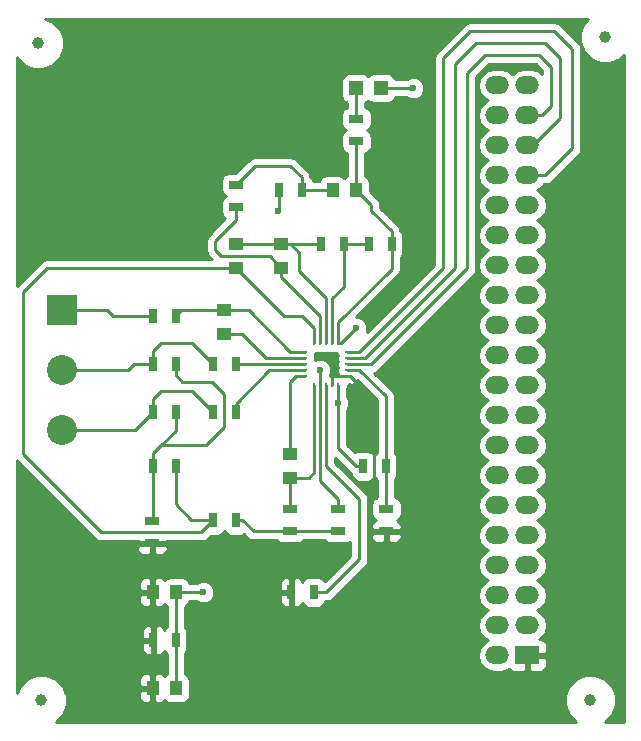
<source format=gbr>
G04 #@! TF.FileFunction,Copper,L1,Top,Signal*
%FSLAX46Y46*%
G04 Gerber Fmt 4.6, Leading zero omitted, Abs format (unit mm)*
G04 Created by KiCad (PCBNEW 4.0.2+e4-6225~38~ubuntu16.04.1-stable) date jue 04 ago 2016 19:53:13 ART*
%MOMM*%
G01*
G04 APERTURE LIST*
%ADD10C,0.100000*%
%ADD11R,0.400000X0.250000*%
%ADD12R,0.250000X0.400000*%
%ADD13R,1.250000X1.000000*%
%ADD14R,1.000000X1.250000*%
%ADD15R,1.198880X1.198880*%
%ADD16C,1.000000*%
%ADD17R,2.000000X1.524000*%
%ADD18O,2.000000X1.524000*%
%ADD19R,1.300000X0.700000*%
%ADD20R,0.700000X1.300000*%
%ADD21R,2.540000X2.540000*%
%ADD22C,2.540000*%
%ADD23C,0.600000*%
%ADD24C,0.250000*%
%ADD25C,0.254000*%
G04 APERTURE END LIST*
D10*
D11*
X152654000Y-76708000D03*
X152654000Y-76200000D03*
X152654000Y-75692000D03*
X152654000Y-75184000D03*
X152654000Y-74676000D03*
D12*
X153416000Y-73914000D03*
X153924000Y-73914000D03*
X154432000Y-73914000D03*
X154940000Y-73914000D03*
X155448000Y-73914000D03*
D11*
X156210000Y-74676000D03*
X156210000Y-75184000D03*
X156210000Y-75692000D03*
X156210000Y-76200000D03*
X156210000Y-76708000D03*
D12*
X155448000Y-77470000D03*
X154940000Y-77470000D03*
X154432000Y-77470000D03*
X153924000Y-77470000D03*
X153416000Y-77470000D03*
D13*
X145796000Y-73136000D03*
X145796000Y-71136000D03*
X150622000Y-67548000D03*
X150622000Y-65548000D03*
D14*
X154956000Y-60960000D03*
X156956000Y-60960000D03*
D13*
X151384000Y-85328000D03*
X151384000Y-83328000D03*
X146812000Y-65548000D03*
X146812000Y-67548000D03*
D14*
X139716000Y-94996000D03*
X141716000Y-94996000D03*
X139716000Y-103124000D03*
X141716000Y-103124000D03*
D15*
X156938980Y-52324000D03*
X159037020Y-52324000D03*
D16*
X178054000Y-48006000D03*
X130302000Y-104140000D03*
X130048000Y-48514000D03*
X176784000Y-104140000D03*
D17*
X171450000Y-100330000D03*
D18*
X168910000Y-100330000D03*
X171450000Y-87630000D03*
X168910000Y-97790000D03*
X171450000Y-85090000D03*
X168910000Y-95250000D03*
X171450000Y-82550000D03*
X168910000Y-92710000D03*
X171450000Y-80010000D03*
X168910000Y-90170000D03*
X171450000Y-77470000D03*
X168910000Y-87630000D03*
X171450000Y-74930000D03*
X168910000Y-85090000D03*
X171450000Y-72390000D03*
X168910000Y-82550000D03*
X171450000Y-69850000D03*
X168910000Y-80010000D03*
X171450000Y-67310000D03*
X168910000Y-77470000D03*
X171450000Y-64770000D03*
X168910000Y-74930000D03*
X171450000Y-62230000D03*
X168910000Y-72390000D03*
X168910000Y-69850000D03*
X171450000Y-59690000D03*
X168910000Y-67310000D03*
X168910000Y-62230000D03*
X168910000Y-59690000D03*
X168910000Y-57150000D03*
X168910000Y-54610000D03*
X171450000Y-57150000D03*
X171450000Y-54610000D03*
X171450000Y-97790000D03*
X171450000Y-95250000D03*
X171450000Y-92710000D03*
X171450000Y-90170000D03*
X171450000Y-52070000D03*
X168910000Y-52070000D03*
X168910000Y-64770000D03*
D19*
X139700000Y-88966000D03*
X139700000Y-90866000D03*
D20*
X141666000Y-84328000D03*
X139766000Y-84328000D03*
X141666000Y-79756000D03*
X139766000Y-79756000D03*
X141666000Y-75692000D03*
X139766000Y-75692000D03*
X146746000Y-79756000D03*
X144846000Y-79756000D03*
X146746000Y-75692000D03*
X144846000Y-75692000D03*
X141666000Y-71628000D03*
X139766000Y-71628000D03*
D19*
X146812000Y-62418000D03*
X146812000Y-60518000D03*
D20*
X150434000Y-60960000D03*
X152334000Y-60960000D03*
X153990000Y-65532000D03*
X155890000Y-65532000D03*
X158054000Y-65532000D03*
X159954000Y-65532000D03*
D19*
X151384000Y-89850000D03*
X151384000Y-87950000D03*
X155448000Y-89850000D03*
X155448000Y-87950000D03*
D20*
X144846000Y-88900000D03*
X146746000Y-88900000D03*
X151450000Y-94996000D03*
X153350000Y-94996000D03*
X139766000Y-99060000D03*
X141666000Y-99060000D03*
X157546000Y-84328000D03*
X159446000Y-84328000D03*
D19*
X159512000Y-87950000D03*
X159512000Y-89850000D03*
X156972000Y-54930000D03*
X156972000Y-56830000D03*
D21*
X132080000Y-71120000D03*
D22*
X132080000Y-76200000D03*
X132080000Y-81280000D03*
D23*
X156972000Y-72644000D03*
X161798000Y-52324000D03*
X144018000Y-94996000D03*
X155448000Y-78994000D03*
X150368000Y-62738000D03*
X153924000Y-76200000D03*
D24*
X145796000Y-73136000D02*
X147304000Y-73136000D01*
X149352000Y-75184000D02*
X152654000Y-75184000D01*
X147304000Y-73136000D02*
X149352000Y-75184000D01*
X145796000Y-71136000D02*
X142158000Y-71136000D01*
X142158000Y-71136000D02*
X141666000Y-71628000D01*
X145796000Y-71136000D02*
X147844000Y-71136000D01*
X151384000Y-74676000D02*
X152654000Y-74676000D01*
X147844000Y-71136000D02*
X151384000Y-74676000D01*
X146812000Y-62418000D02*
X146812000Y-63500000D01*
X149622000Y-66548000D02*
X150622000Y-67548000D01*
X145542000Y-66548000D02*
X149622000Y-66548000D01*
X145034000Y-66040000D02*
X145542000Y-66548000D01*
X145034000Y-65278000D02*
X145034000Y-66040000D01*
X146812000Y-63500000D02*
X145034000Y-65278000D01*
X150622000Y-67548000D02*
X150622000Y-68326000D01*
X153924000Y-71628000D02*
X153924000Y-73914000D01*
X150622000Y-68326000D02*
X153924000Y-71628000D01*
X153990000Y-65532000D02*
X151416000Y-65532000D01*
X151416000Y-65532000D02*
X151400000Y-65548000D01*
X154432000Y-73914000D02*
X154432000Y-70104000D01*
X151400000Y-65548000D02*
X150622000Y-65548000D01*
X152146000Y-66294000D02*
X151400000Y-65548000D01*
X152146000Y-67818000D02*
X152146000Y-66294000D01*
X154432000Y-70104000D02*
X152146000Y-67818000D01*
X146812000Y-65548000D02*
X150622000Y-65548000D01*
X152334000Y-60960000D02*
X152334000Y-59878000D01*
X148402000Y-58928000D02*
X146812000Y-60518000D01*
X151384000Y-58928000D02*
X148402000Y-58928000D01*
X152334000Y-59878000D02*
X151384000Y-58928000D01*
X154956000Y-60960000D02*
X152334000Y-60960000D01*
X155448000Y-73914000D02*
X155702000Y-73914000D01*
X155702000Y-73914000D02*
X156972000Y-72644000D01*
X156956000Y-60960000D02*
X156956000Y-56846000D01*
X156956000Y-56846000D02*
X156972000Y-56830000D01*
X159954000Y-65532000D02*
X159954000Y-64450000D01*
X158242000Y-62246000D02*
X156956000Y-60960000D01*
X158242000Y-62738000D02*
X158242000Y-62246000D01*
X159954000Y-64450000D02*
X158242000Y-62738000D01*
X155448000Y-73914000D02*
X155448000Y-72136000D01*
X159954000Y-67630000D02*
X159954000Y-65532000D01*
X155448000Y-72136000D02*
X159954000Y-67630000D01*
X151384000Y-85328000D02*
X152924000Y-85328000D01*
X153416000Y-84836000D02*
X153416000Y-77470000D01*
X152924000Y-85328000D02*
X153416000Y-84836000D01*
X151384000Y-85328000D02*
X151384000Y-87950000D01*
X151384000Y-83328000D02*
X151384000Y-77216000D01*
X151892000Y-76708000D02*
X152654000Y-76708000D01*
X151384000Y-77216000D02*
X151892000Y-76708000D01*
X146812000Y-67548000D02*
X132572000Y-67548000D01*
X143830000Y-89916000D02*
X144846000Y-88900000D01*
X135382000Y-89916000D02*
X143830000Y-89916000D01*
X128778000Y-83312000D02*
X135382000Y-89916000D01*
X128778000Y-69596000D02*
X128778000Y-83312000D01*
X130810000Y-67564000D02*
X128778000Y-69596000D01*
X132556000Y-67564000D02*
X130810000Y-67564000D01*
X132572000Y-67548000D02*
X132556000Y-67564000D01*
X146812000Y-67548000D02*
X146812000Y-67564000D01*
X146812000Y-67564000D02*
X150876000Y-71628000D01*
X150876000Y-71628000D02*
X152400000Y-71628000D01*
X152400000Y-71628000D02*
X153416000Y-72644000D01*
X153416000Y-72644000D02*
X153416000Y-73914000D01*
X141666000Y-84328000D02*
X141666000Y-87564000D01*
X141666000Y-87564000D02*
X143002000Y-88900000D01*
X143002000Y-88900000D02*
X144846000Y-88900000D01*
X156210000Y-76708000D02*
X156464000Y-76708000D01*
X158430000Y-89850000D02*
X159512000Y-89850000D01*
X157988000Y-89408000D02*
X158430000Y-89850000D01*
X157988000Y-87122000D02*
X157988000Y-89408000D01*
X158496000Y-86614000D02*
X157988000Y-87122000D01*
X158496000Y-78740000D02*
X158496000Y-86614000D01*
X156464000Y-76708000D02*
X158496000Y-78740000D01*
X154940000Y-77470000D02*
X154940000Y-76708000D01*
X154940000Y-76708000D02*
X156210000Y-76708000D01*
X139766000Y-103074000D02*
X139716000Y-103124000D01*
X139700000Y-94980000D02*
X139766000Y-95046000D01*
X139716000Y-90882000D02*
X139700000Y-90866000D01*
X139716000Y-99010000D02*
X139766000Y-99060000D01*
X139716000Y-99110000D02*
X139766000Y-99060000D01*
X159037020Y-52324000D02*
X161798000Y-52324000D01*
X141716000Y-103124000D02*
X141716000Y-99110000D01*
X141716000Y-99110000D02*
X141666000Y-99060000D01*
X141666000Y-99060000D02*
X141666000Y-95046000D01*
X141666000Y-95046000D02*
X141716000Y-94996000D01*
X141716000Y-94996000D02*
X144018000Y-94996000D01*
X157546000Y-84328000D02*
X156972000Y-84328000D01*
X155448000Y-78994000D02*
X155448000Y-77470000D01*
X155448000Y-82804000D02*
X155448000Y-78994000D01*
X156972000Y-84328000D02*
X155448000Y-82804000D01*
X141666000Y-103074000D02*
X141716000Y-103124000D01*
X141716000Y-99010000D02*
X141666000Y-99060000D01*
X156938980Y-52324000D02*
X156938980Y-54896980D01*
X156938980Y-54896980D02*
X156972000Y-54930000D01*
X132080000Y-71120000D02*
X135890000Y-71120000D01*
X136398000Y-71628000D02*
X139766000Y-71628000D01*
X135890000Y-71120000D02*
X136398000Y-71628000D01*
X139766000Y-75692000D02*
X139766000Y-74610000D01*
X143068000Y-73914000D02*
X144846000Y-75692000D01*
X140462000Y-73914000D02*
X143068000Y-73914000D01*
X139766000Y-74610000D02*
X140462000Y-73914000D01*
X132080000Y-76200000D02*
X137668000Y-76200000D01*
X138176000Y-75692000D02*
X139766000Y-75692000D01*
X137668000Y-76200000D02*
X138176000Y-75692000D01*
X139766000Y-79756000D02*
X139766000Y-78674000D01*
X143068000Y-77978000D02*
X144846000Y-79756000D01*
X140462000Y-77978000D02*
X143068000Y-77978000D01*
X139766000Y-78674000D02*
X140462000Y-77978000D01*
X132080000Y-81280000D02*
X138242000Y-81280000D01*
X138242000Y-81280000D02*
X139766000Y-79756000D01*
X156210000Y-75692000D02*
X158242000Y-75692000D01*
X172720000Y-54610000D02*
X171450000Y-54610000D01*
X173482000Y-53848000D02*
X172720000Y-54610000D01*
X173482000Y-50546000D02*
X173482000Y-53848000D01*
X172466000Y-49530000D02*
X173482000Y-50546000D01*
X167894000Y-49530000D02*
X172466000Y-49530000D01*
X166370000Y-51054000D02*
X167894000Y-49530000D01*
X166370000Y-67564000D02*
X166370000Y-51054000D01*
X158242000Y-75692000D02*
X166370000Y-67564000D01*
X156210000Y-75184000D02*
X157734000Y-75184000D01*
X174244000Y-54864000D02*
X171958000Y-57150000D01*
X174244000Y-49784000D02*
X174244000Y-54864000D01*
X172974000Y-48514000D02*
X174244000Y-49784000D01*
X167132000Y-48514000D02*
X172974000Y-48514000D01*
X165354000Y-50292000D02*
X167132000Y-48514000D01*
X165354000Y-67564000D02*
X165354000Y-50292000D01*
X157734000Y-75184000D02*
X165354000Y-67564000D01*
X171958000Y-57150000D02*
X171450000Y-57150000D01*
X156210000Y-74676000D02*
X157226000Y-74676000D01*
X172974000Y-59690000D02*
X171450000Y-59690000D01*
X175260000Y-57404000D02*
X172974000Y-59690000D01*
X175260000Y-49022000D02*
X175260000Y-57404000D01*
X173736000Y-47498000D02*
X175260000Y-49022000D01*
X166624000Y-47498000D02*
X173736000Y-47498000D01*
X164338000Y-49784000D02*
X166624000Y-47498000D01*
X164338000Y-67564000D02*
X164338000Y-49784000D01*
X157226000Y-74676000D02*
X164338000Y-67564000D01*
X141666000Y-75692000D02*
X141666000Y-76642000D01*
X144272000Y-82550000D02*
X140462000Y-82550000D01*
X145796000Y-81026000D02*
X144272000Y-82550000D01*
X145796000Y-78232000D02*
X145796000Y-81026000D01*
X144780000Y-77216000D02*
X145796000Y-78232000D01*
X142240000Y-77216000D02*
X144780000Y-77216000D01*
X141666000Y-76642000D02*
X142240000Y-77216000D01*
X139766000Y-84328000D02*
X139766000Y-83246000D01*
X141666000Y-81346000D02*
X141666000Y-79756000D01*
X139766000Y-83246000D02*
X140462000Y-82550000D01*
X140462000Y-82550000D02*
X141666000Y-81346000D01*
X139766000Y-84328000D02*
X139766000Y-88900000D01*
X139766000Y-88900000D02*
X139700000Y-88966000D01*
X146746000Y-79756000D02*
X146746000Y-79060000D01*
X149606000Y-76200000D02*
X152654000Y-76200000D01*
X146746000Y-79060000D02*
X149606000Y-76200000D01*
X152654000Y-75692000D02*
X146746000Y-75692000D01*
X153924000Y-77470000D02*
X153924000Y-76200000D01*
X150434000Y-62672000D02*
X150434000Y-60960000D01*
X150368000Y-62738000D02*
X150434000Y-62672000D01*
X153924000Y-77470000D02*
X153924000Y-85598000D01*
X155448000Y-87122000D02*
X155448000Y-87950000D01*
X153924000Y-85598000D02*
X155448000Y-87122000D01*
X154940000Y-73914000D02*
X154940000Y-70104000D01*
X155890000Y-69154000D02*
X155890000Y-65532000D01*
X154940000Y-70104000D02*
X155890000Y-69154000D01*
X158054000Y-65532000D02*
X155890000Y-65532000D01*
X151384000Y-89850000D02*
X155448000Y-89850000D01*
X146746000Y-88900000D02*
X147320000Y-88900000D01*
X148270000Y-89850000D02*
X151384000Y-89850000D01*
X147320000Y-88900000D02*
X148270000Y-89850000D01*
X154432000Y-77470000D02*
X154432000Y-84328000D01*
X154432000Y-94996000D02*
X153350000Y-94996000D01*
X157226000Y-92202000D02*
X154432000Y-94996000D01*
X157226000Y-87122000D02*
X157226000Y-92202000D01*
X154432000Y-84328000D02*
X157226000Y-87122000D01*
X159446000Y-84328000D02*
X159446000Y-78420000D01*
X157226000Y-76200000D02*
X156210000Y-76200000D01*
X159446000Y-78420000D02*
X157226000Y-76200000D01*
X159512000Y-87950000D02*
X159512000Y-84394000D01*
X159512000Y-84394000D02*
X159446000Y-84328000D01*
D25*
G36*
X176231534Y-46785965D02*
X175903374Y-47576262D01*
X175902627Y-48431983D01*
X176229407Y-49222852D01*
X176833965Y-49828466D01*
X177624262Y-50156626D01*
X178479983Y-50157373D01*
X179270852Y-49830593D01*
X179630000Y-49472071D01*
X179630000Y-105970000D01*
X177987766Y-105970000D01*
X178000852Y-105964593D01*
X178606466Y-105360035D01*
X178934626Y-104569738D01*
X178935373Y-103714017D01*
X178608593Y-102923148D01*
X178004035Y-102317534D01*
X177213738Y-101989374D01*
X176358017Y-101988627D01*
X175567148Y-102315407D01*
X174961534Y-102919965D01*
X174633374Y-103710262D01*
X174632627Y-104565983D01*
X174959407Y-105356852D01*
X175563965Y-105962466D01*
X175582109Y-105970000D01*
X131505766Y-105970000D01*
X131518852Y-105964593D01*
X132124466Y-105360035D01*
X132452626Y-104569738D01*
X132453373Y-103714017D01*
X132327653Y-103409750D01*
X138581000Y-103409750D01*
X138581000Y-103875310D01*
X138677673Y-104108699D01*
X138856302Y-104287327D01*
X139089691Y-104384000D01*
X139430250Y-104384000D01*
X139589000Y-104225250D01*
X139589000Y-103251000D01*
X138739750Y-103251000D01*
X138581000Y-103409750D01*
X132327653Y-103409750D01*
X132126593Y-102923148D01*
X131577095Y-102372690D01*
X138581000Y-102372690D01*
X138581000Y-102838250D01*
X138739750Y-102997000D01*
X139589000Y-102997000D01*
X139589000Y-102022750D01*
X139430250Y-101864000D01*
X139089691Y-101864000D01*
X138856302Y-101960673D01*
X138677673Y-102139301D01*
X138581000Y-102372690D01*
X131577095Y-102372690D01*
X131522035Y-102317534D01*
X130731738Y-101989374D01*
X129876017Y-101988627D01*
X129085148Y-102315407D01*
X128479534Y-102919965D01*
X128218000Y-103549809D01*
X128218000Y-99345750D01*
X138781000Y-99345750D01*
X138781000Y-99836310D01*
X138877673Y-100069699D01*
X139056302Y-100248327D01*
X139289691Y-100345000D01*
X139480250Y-100345000D01*
X139639000Y-100186250D01*
X139639000Y-99187000D01*
X138939750Y-99187000D01*
X138781000Y-99345750D01*
X128218000Y-99345750D01*
X128218000Y-98283690D01*
X138781000Y-98283690D01*
X138781000Y-98774250D01*
X138939750Y-98933000D01*
X139639000Y-98933000D01*
X139639000Y-97933750D01*
X139480250Y-97775000D01*
X139289691Y-97775000D01*
X139056302Y-97871673D01*
X138877673Y-98050301D01*
X138781000Y-98283690D01*
X128218000Y-98283690D01*
X128218000Y-95281750D01*
X138581000Y-95281750D01*
X138581000Y-95747310D01*
X138677673Y-95980699D01*
X138856302Y-96159327D01*
X139089691Y-96256000D01*
X139430250Y-96256000D01*
X139589000Y-96097250D01*
X139589000Y-95123000D01*
X138739750Y-95123000D01*
X138581000Y-95281750D01*
X128218000Y-95281750D01*
X128218000Y-94244690D01*
X138581000Y-94244690D01*
X138581000Y-94710250D01*
X138739750Y-94869000D01*
X139589000Y-94869000D01*
X139589000Y-93894750D01*
X139843000Y-93894750D01*
X139843000Y-94869000D01*
X139863000Y-94869000D01*
X139863000Y-95123000D01*
X139843000Y-95123000D01*
X139843000Y-96097250D01*
X140001750Y-96256000D01*
X140342309Y-96256000D01*
X140575698Y-96159327D01*
X140716936Y-96018090D01*
X140751910Y-96072441D01*
X140906000Y-96177726D01*
X140906000Y-97919243D01*
X140864559Y-97945910D01*
X140719569Y-98158110D01*
X140712809Y-98191490D01*
X140654327Y-98050301D01*
X140475698Y-97871673D01*
X140242309Y-97775000D01*
X140051750Y-97775000D01*
X139893000Y-97933750D01*
X139893000Y-98933000D01*
X139913000Y-98933000D01*
X139913000Y-99187000D01*
X139893000Y-99187000D01*
X139893000Y-100186250D01*
X140051750Y-100345000D01*
X140242309Y-100345000D01*
X140475698Y-100248327D01*
X140654327Y-100069699D01*
X140710654Y-99933713D01*
X140712838Y-99945317D01*
X140851910Y-100161441D01*
X140956000Y-100232563D01*
X140956000Y-101911721D01*
X140764559Y-102034910D01*
X140718031Y-102103006D01*
X140575698Y-101960673D01*
X140342309Y-101864000D01*
X140001750Y-101864000D01*
X139843000Y-102022750D01*
X139843000Y-102997000D01*
X139863000Y-102997000D01*
X139863000Y-103251000D01*
X139843000Y-103251000D01*
X139843000Y-104225250D01*
X140001750Y-104384000D01*
X140342309Y-104384000D01*
X140575698Y-104287327D01*
X140716936Y-104146090D01*
X140751910Y-104200441D01*
X140964110Y-104345431D01*
X141216000Y-104396440D01*
X142216000Y-104396440D01*
X142451317Y-104352162D01*
X142667441Y-104213090D01*
X142812431Y-104000890D01*
X142863440Y-103749000D01*
X142863440Y-102499000D01*
X142819162Y-102263683D01*
X142680090Y-102047559D01*
X142476000Y-101908110D01*
X142476000Y-100161563D01*
X142612431Y-99961890D01*
X142663440Y-99710000D01*
X142663440Y-98410000D01*
X142619162Y-98174683D01*
X142480090Y-97958559D01*
X142426000Y-97921601D01*
X142426000Y-96228926D01*
X142451317Y-96224162D01*
X142667441Y-96085090D01*
X142812431Y-95872890D01*
X142836102Y-95756000D01*
X143455537Y-95756000D01*
X143487673Y-95788192D01*
X143831201Y-95930838D01*
X144203167Y-95931162D01*
X144546943Y-95789117D01*
X144810192Y-95526327D01*
X144911749Y-95281750D01*
X150465000Y-95281750D01*
X150465000Y-95772310D01*
X150561673Y-96005699D01*
X150740302Y-96184327D01*
X150973691Y-96281000D01*
X151164250Y-96281000D01*
X151323000Y-96122250D01*
X151323000Y-95123000D01*
X150623750Y-95123000D01*
X150465000Y-95281750D01*
X144911749Y-95281750D01*
X144952838Y-95182799D01*
X144953162Y-94810833D01*
X144811117Y-94467057D01*
X144564182Y-94219690D01*
X150465000Y-94219690D01*
X150465000Y-94710250D01*
X150623750Y-94869000D01*
X151323000Y-94869000D01*
X151323000Y-93869750D01*
X151164250Y-93711000D01*
X150973691Y-93711000D01*
X150740302Y-93807673D01*
X150561673Y-93986301D01*
X150465000Y-94219690D01*
X144564182Y-94219690D01*
X144548327Y-94203808D01*
X144204799Y-94061162D01*
X143832833Y-94060838D01*
X143489057Y-94202883D01*
X143455882Y-94236000D01*
X142838038Y-94236000D01*
X142819162Y-94135683D01*
X142680090Y-93919559D01*
X142467890Y-93774569D01*
X142216000Y-93723560D01*
X141216000Y-93723560D01*
X140980683Y-93767838D01*
X140764559Y-93906910D01*
X140718031Y-93975006D01*
X140575698Y-93832673D01*
X140342309Y-93736000D01*
X140001750Y-93736000D01*
X139843000Y-93894750D01*
X139589000Y-93894750D01*
X139430250Y-93736000D01*
X139089691Y-93736000D01*
X138856302Y-93832673D01*
X138677673Y-94011301D01*
X138581000Y-94244690D01*
X128218000Y-94244690D01*
X128218000Y-91151750D01*
X138415000Y-91151750D01*
X138415000Y-91342309D01*
X138511673Y-91575698D01*
X138690301Y-91754327D01*
X138923690Y-91851000D01*
X139414250Y-91851000D01*
X139573000Y-91692250D01*
X139573000Y-90993000D01*
X139827000Y-90993000D01*
X139827000Y-91692250D01*
X139985750Y-91851000D01*
X140476310Y-91851000D01*
X140709699Y-91754327D01*
X140888327Y-91575698D01*
X140985000Y-91342309D01*
X140985000Y-91151750D01*
X140826250Y-90993000D01*
X139827000Y-90993000D01*
X139573000Y-90993000D01*
X138573750Y-90993000D01*
X138415000Y-91151750D01*
X128218000Y-91151750D01*
X128218000Y-83815579D01*
X128240599Y-83849401D01*
X134844599Y-90453401D01*
X135091160Y-90618148D01*
X135382000Y-90676000D01*
X138510750Y-90676000D01*
X138573750Y-90739000D01*
X139573000Y-90739000D01*
X139573000Y-90719000D01*
X139827000Y-90719000D01*
X139827000Y-90739000D01*
X140826250Y-90739000D01*
X140889250Y-90676000D01*
X143830000Y-90676000D01*
X144120839Y-90618148D01*
X144367401Y-90453401D01*
X144623362Y-90197440D01*
X145196000Y-90197440D01*
X145431317Y-90153162D01*
X145647441Y-90014090D01*
X145792431Y-89801890D01*
X145795081Y-89788803D01*
X145931910Y-90001441D01*
X146144110Y-90146431D01*
X146396000Y-90197440D01*
X147096000Y-90197440D01*
X147331317Y-90153162D01*
X147432957Y-90087759D01*
X147732599Y-90387401D01*
X147979161Y-90552148D01*
X148270000Y-90610000D01*
X150243243Y-90610000D01*
X150269910Y-90651441D01*
X150482110Y-90796431D01*
X150734000Y-90847440D01*
X152034000Y-90847440D01*
X152269317Y-90803162D01*
X152485441Y-90664090D01*
X152522399Y-90610000D01*
X154307243Y-90610000D01*
X154333910Y-90651441D01*
X154546110Y-90796431D01*
X154798000Y-90847440D01*
X156098000Y-90847440D01*
X156333317Y-90803162D01*
X156466000Y-90717783D01*
X156466000Y-91887198D01*
X154279417Y-94073781D01*
X154164090Y-93894559D01*
X153951890Y-93749569D01*
X153700000Y-93698560D01*
X153000000Y-93698560D01*
X152764683Y-93742838D01*
X152548559Y-93881910D01*
X152403569Y-94094110D01*
X152396809Y-94127490D01*
X152338327Y-93986301D01*
X152159698Y-93807673D01*
X151926309Y-93711000D01*
X151735750Y-93711000D01*
X151577000Y-93869750D01*
X151577000Y-94869000D01*
X151597000Y-94869000D01*
X151597000Y-95123000D01*
X151577000Y-95123000D01*
X151577000Y-96122250D01*
X151735750Y-96281000D01*
X151926309Y-96281000D01*
X152159698Y-96184327D01*
X152338327Y-96005699D01*
X152394654Y-95869713D01*
X152396838Y-95881317D01*
X152535910Y-96097441D01*
X152748110Y-96242431D01*
X153000000Y-96293440D01*
X153700000Y-96293440D01*
X153935317Y-96249162D01*
X154151441Y-96110090D01*
X154296431Y-95897890D01*
X154325164Y-95756000D01*
X154432000Y-95756000D01*
X154722839Y-95698148D01*
X154969401Y-95533401D01*
X157763401Y-92739401D01*
X157928148Y-92492839D01*
X157986000Y-92202000D01*
X157986000Y-90135750D01*
X158227000Y-90135750D01*
X158227000Y-90326309D01*
X158323673Y-90559698D01*
X158502301Y-90738327D01*
X158735690Y-90835000D01*
X159226250Y-90835000D01*
X159385000Y-90676250D01*
X159385000Y-89977000D01*
X159639000Y-89977000D01*
X159639000Y-90676250D01*
X159797750Y-90835000D01*
X160288310Y-90835000D01*
X160521699Y-90738327D01*
X160700327Y-90559698D01*
X160797000Y-90326309D01*
X160797000Y-90135750D01*
X160638250Y-89977000D01*
X159639000Y-89977000D01*
X159385000Y-89977000D01*
X158385750Y-89977000D01*
X158227000Y-90135750D01*
X157986000Y-90135750D01*
X157986000Y-87122000D01*
X157928148Y-86831161D01*
X157763401Y-86584599D01*
X155192000Y-84013198D01*
X155192000Y-83622802D01*
X156434599Y-84865401D01*
X156548560Y-84941547D01*
X156548560Y-84978000D01*
X156592838Y-85213317D01*
X156731910Y-85429441D01*
X156944110Y-85574431D01*
X157196000Y-85625440D01*
X157896000Y-85625440D01*
X158131317Y-85581162D01*
X158347441Y-85442090D01*
X158492431Y-85229890D01*
X158495081Y-85216803D01*
X158631910Y-85429441D01*
X158752000Y-85511495D01*
X158752000Y-86973258D01*
X158626683Y-86996838D01*
X158410559Y-87135910D01*
X158265569Y-87348110D01*
X158214560Y-87600000D01*
X158214560Y-88300000D01*
X158258838Y-88535317D01*
X158397910Y-88751441D01*
X158610110Y-88896431D01*
X158643490Y-88903191D01*
X158502301Y-88961673D01*
X158323673Y-89140302D01*
X158227000Y-89373691D01*
X158227000Y-89564250D01*
X158385750Y-89723000D01*
X159385000Y-89723000D01*
X159385000Y-89703000D01*
X159639000Y-89703000D01*
X159639000Y-89723000D01*
X160638250Y-89723000D01*
X160797000Y-89564250D01*
X160797000Y-89373691D01*
X160700327Y-89140302D01*
X160521699Y-88961673D01*
X160385713Y-88905346D01*
X160397317Y-88903162D01*
X160613441Y-88764090D01*
X160758431Y-88551890D01*
X160809440Y-88300000D01*
X160809440Y-87600000D01*
X160765162Y-87364683D01*
X160626090Y-87148559D01*
X160413890Y-87003569D01*
X160272000Y-86974836D01*
X160272000Y-85406147D01*
X160392431Y-85229890D01*
X160443440Y-84978000D01*
X160443440Y-83678000D01*
X160399162Y-83442683D01*
X160260090Y-83226559D01*
X160206000Y-83189601D01*
X160206000Y-78420000D01*
X160148148Y-78129161D01*
X159983401Y-77882599D01*
X158501236Y-76400434D01*
X158532839Y-76394148D01*
X158779401Y-76229401D01*
X166907401Y-68101401D01*
X167072148Y-67854839D01*
X167130000Y-67564000D01*
X167130000Y-51368802D01*
X168208802Y-50290000D01*
X172151198Y-50290000D01*
X172722000Y-50860802D01*
X172722000Y-51103334D01*
X172707860Y-51082172D01*
X172254641Y-50779340D01*
X171720032Y-50673000D01*
X171179968Y-50673000D01*
X170645359Y-50779340D01*
X170192140Y-51082172D01*
X170180000Y-51100341D01*
X170167860Y-51082172D01*
X169714641Y-50779340D01*
X169180032Y-50673000D01*
X168639968Y-50673000D01*
X168105359Y-50779340D01*
X167652140Y-51082172D01*
X167349308Y-51535391D01*
X167242968Y-52070000D01*
X167349308Y-52604609D01*
X167652140Y-53057828D01*
X168074439Y-53340000D01*
X167652140Y-53622172D01*
X167349308Y-54075391D01*
X167242968Y-54610000D01*
X167349308Y-55144609D01*
X167652140Y-55597828D01*
X168074439Y-55880000D01*
X167652140Y-56162172D01*
X167349308Y-56615391D01*
X167242968Y-57150000D01*
X167349308Y-57684609D01*
X167652140Y-58137828D01*
X168074439Y-58420000D01*
X167652140Y-58702172D01*
X167349308Y-59155391D01*
X167242968Y-59690000D01*
X167349308Y-60224609D01*
X167652140Y-60677828D01*
X168074439Y-60960000D01*
X167652140Y-61242172D01*
X167349308Y-61695391D01*
X167242968Y-62230000D01*
X167349308Y-62764609D01*
X167652140Y-63217828D01*
X168074439Y-63500000D01*
X167652140Y-63782172D01*
X167349308Y-64235391D01*
X167242968Y-64770000D01*
X167349308Y-65304609D01*
X167652140Y-65757828D01*
X168074439Y-66040000D01*
X167652140Y-66322172D01*
X167349308Y-66775391D01*
X167242968Y-67310000D01*
X167349308Y-67844609D01*
X167652140Y-68297828D01*
X168074439Y-68580000D01*
X167652140Y-68862172D01*
X167349308Y-69315391D01*
X167242968Y-69850000D01*
X167349308Y-70384609D01*
X167652140Y-70837828D01*
X168074439Y-71120000D01*
X167652140Y-71402172D01*
X167349308Y-71855391D01*
X167242968Y-72390000D01*
X167349308Y-72924609D01*
X167652140Y-73377828D01*
X168074439Y-73660000D01*
X167652140Y-73942172D01*
X167349308Y-74395391D01*
X167242968Y-74930000D01*
X167349308Y-75464609D01*
X167652140Y-75917828D01*
X168074439Y-76200000D01*
X167652140Y-76482172D01*
X167349308Y-76935391D01*
X167242968Y-77470000D01*
X167349308Y-78004609D01*
X167652140Y-78457828D01*
X168074439Y-78740000D01*
X167652140Y-79022172D01*
X167349308Y-79475391D01*
X167242968Y-80010000D01*
X167349308Y-80544609D01*
X167652140Y-80997828D01*
X168074439Y-81280000D01*
X167652140Y-81562172D01*
X167349308Y-82015391D01*
X167242968Y-82550000D01*
X167349308Y-83084609D01*
X167652140Y-83537828D01*
X168074439Y-83820000D01*
X167652140Y-84102172D01*
X167349308Y-84555391D01*
X167242968Y-85090000D01*
X167349308Y-85624609D01*
X167652140Y-86077828D01*
X168074439Y-86360000D01*
X167652140Y-86642172D01*
X167349308Y-87095391D01*
X167242968Y-87630000D01*
X167349308Y-88164609D01*
X167652140Y-88617828D01*
X168074439Y-88900000D01*
X167652140Y-89182172D01*
X167349308Y-89635391D01*
X167242968Y-90170000D01*
X167349308Y-90704609D01*
X167652140Y-91157828D01*
X168074439Y-91440000D01*
X167652140Y-91722172D01*
X167349308Y-92175391D01*
X167242968Y-92710000D01*
X167349308Y-93244609D01*
X167652140Y-93697828D01*
X168074439Y-93980000D01*
X167652140Y-94262172D01*
X167349308Y-94715391D01*
X167242968Y-95250000D01*
X167349308Y-95784609D01*
X167652140Y-96237828D01*
X168074439Y-96520000D01*
X167652140Y-96802172D01*
X167349308Y-97255391D01*
X167242968Y-97790000D01*
X167349308Y-98324609D01*
X167652140Y-98777828D01*
X168074439Y-99060000D01*
X167652140Y-99342172D01*
X167349308Y-99795391D01*
X167242968Y-100330000D01*
X167349308Y-100864609D01*
X167652140Y-101317828D01*
X168105359Y-101620660D01*
X168639968Y-101727000D01*
X169180032Y-101727000D01*
X169714641Y-101620660D01*
X169934038Y-101474063D01*
X170090301Y-101630327D01*
X170323690Y-101727000D01*
X171164250Y-101727000D01*
X171323000Y-101568250D01*
X171323000Y-100457000D01*
X171577000Y-100457000D01*
X171577000Y-101568250D01*
X171735750Y-101727000D01*
X172576310Y-101727000D01*
X172809699Y-101630327D01*
X172988327Y-101451698D01*
X173085000Y-101218309D01*
X173085000Y-100615750D01*
X172926250Y-100457000D01*
X171577000Y-100457000D01*
X171323000Y-100457000D01*
X171303000Y-100457000D01*
X171303000Y-100203000D01*
X171323000Y-100203000D01*
X171323000Y-100183000D01*
X171577000Y-100183000D01*
X171577000Y-100203000D01*
X172926250Y-100203000D01*
X173085000Y-100044250D01*
X173085000Y-99441691D01*
X172988327Y-99208302D01*
X172809699Y-99029673D01*
X172576310Y-98933000D01*
X172475629Y-98933000D01*
X172707860Y-98777828D01*
X173010692Y-98324609D01*
X173117032Y-97790000D01*
X173010692Y-97255391D01*
X172707860Y-96802172D01*
X172285561Y-96520000D01*
X172707860Y-96237828D01*
X173010692Y-95784609D01*
X173117032Y-95250000D01*
X173010692Y-94715391D01*
X172707860Y-94262172D01*
X172285561Y-93980000D01*
X172707860Y-93697828D01*
X173010692Y-93244609D01*
X173117032Y-92710000D01*
X173010692Y-92175391D01*
X172707860Y-91722172D01*
X172285561Y-91440000D01*
X172707860Y-91157828D01*
X173010692Y-90704609D01*
X173117032Y-90170000D01*
X173010692Y-89635391D01*
X172707860Y-89182172D01*
X172285561Y-88900000D01*
X172707860Y-88617828D01*
X173010692Y-88164609D01*
X173117032Y-87630000D01*
X173010692Y-87095391D01*
X172707860Y-86642172D01*
X172285561Y-86360000D01*
X172707860Y-86077828D01*
X173010692Y-85624609D01*
X173117032Y-85090000D01*
X173010692Y-84555391D01*
X172707860Y-84102172D01*
X172285561Y-83820000D01*
X172707860Y-83537828D01*
X173010692Y-83084609D01*
X173117032Y-82550000D01*
X173010692Y-82015391D01*
X172707860Y-81562172D01*
X172285561Y-81280000D01*
X172707860Y-80997828D01*
X173010692Y-80544609D01*
X173117032Y-80010000D01*
X173010692Y-79475391D01*
X172707860Y-79022172D01*
X172285561Y-78740000D01*
X172707860Y-78457828D01*
X173010692Y-78004609D01*
X173117032Y-77470000D01*
X173010692Y-76935391D01*
X172707860Y-76482172D01*
X172285561Y-76200000D01*
X172707860Y-75917828D01*
X173010692Y-75464609D01*
X173117032Y-74930000D01*
X173010692Y-74395391D01*
X172707860Y-73942172D01*
X172285561Y-73660000D01*
X172707860Y-73377828D01*
X173010692Y-72924609D01*
X173117032Y-72390000D01*
X173010692Y-71855391D01*
X172707860Y-71402172D01*
X172285561Y-71120000D01*
X172707860Y-70837828D01*
X173010692Y-70384609D01*
X173117032Y-69850000D01*
X173010692Y-69315391D01*
X172707860Y-68862172D01*
X172285561Y-68580000D01*
X172707860Y-68297828D01*
X173010692Y-67844609D01*
X173117032Y-67310000D01*
X173010692Y-66775391D01*
X172707860Y-66322172D01*
X172285561Y-66040000D01*
X172707860Y-65757828D01*
X173010692Y-65304609D01*
X173117032Y-64770000D01*
X173010692Y-64235391D01*
X172707860Y-63782172D01*
X172285561Y-63500000D01*
X172707860Y-63217828D01*
X173010692Y-62764609D01*
X173117032Y-62230000D01*
X173010692Y-61695391D01*
X172707860Y-61242172D01*
X172285561Y-60960000D01*
X172707860Y-60677828D01*
X172860090Y-60450000D01*
X172974000Y-60450000D01*
X173264839Y-60392148D01*
X173511401Y-60227401D01*
X175797401Y-57941401D01*
X175962148Y-57694840D01*
X176020000Y-57404000D01*
X176020000Y-49022000D01*
X175962148Y-48731161D01*
X175962148Y-48731160D01*
X175797401Y-48484599D01*
X174273401Y-46960599D01*
X174026839Y-46795852D01*
X173736000Y-46738000D01*
X166624000Y-46738000D01*
X166333160Y-46795852D01*
X166086599Y-46960599D01*
X163800599Y-49246599D01*
X163635852Y-49493161D01*
X163578000Y-49784000D01*
X163578000Y-67249198D01*
X157843241Y-72983957D01*
X157906838Y-72830799D01*
X157907162Y-72458833D01*
X157765117Y-72115057D01*
X157502327Y-71851808D01*
X157158799Y-71709162D01*
X156949822Y-71708980D01*
X160491401Y-68167401D01*
X160656148Y-67920840D01*
X160714000Y-67630000D01*
X160714000Y-66672757D01*
X160755441Y-66646090D01*
X160900431Y-66433890D01*
X160951440Y-66182000D01*
X160951440Y-64882000D01*
X160907162Y-64646683D01*
X160768090Y-64430559D01*
X160701017Y-64384730D01*
X160656148Y-64159161D01*
X160491401Y-63912599D01*
X159002000Y-62423198D01*
X159002000Y-62246000D01*
X158944148Y-61955161D01*
X158779401Y-61708599D01*
X158103440Y-61032638D01*
X158103440Y-60335000D01*
X158059162Y-60099683D01*
X157920090Y-59883559D01*
X157716000Y-59744110D01*
X157716000Y-57809753D01*
X157857317Y-57783162D01*
X158073441Y-57644090D01*
X158218431Y-57431890D01*
X158269440Y-57180000D01*
X158269440Y-56480000D01*
X158225162Y-56244683D01*
X158086090Y-56028559D01*
X157873890Y-55883569D01*
X157860803Y-55880919D01*
X158073441Y-55744090D01*
X158218431Y-55531890D01*
X158269440Y-55280000D01*
X158269440Y-54580000D01*
X158225162Y-54344683D01*
X158086090Y-54128559D01*
X157873890Y-53983569D01*
X157698980Y-53948149D01*
X157698980Y-53540669D01*
X157773737Y-53526602D01*
X157989861Y-53387530D01*
X157990543Y-53386533D01*
X158185690Y-53519871D01*
X158437580Y-53570880D01*
X159636460Y-53570880D01*
X159871777Y-53526602D01*
X160087901Y-53387530D01*
X160232891Y-53175330D01*
X160251386Y-53084000D01*
X161235537Y-53084000D01*
X161267673Y-53116192D01*
X161611201Y-53258838D01*
X161983167Y-53259162D01*
X162326943Y-53117117D01*
X162590192Y-52854327D01*
X162732838Y-52510799D01*
X162733162Y-52138833D01*
X162591117Y-51795057D01*
X162328327Y-51531808D01*
X161984799Y-51389162D01*
X161612833Y-51388838D01*
X161269057Y-51530883D01*
X161235882Y-51564000D01*
X160253689Y-51564000D01*
X160239622Y-51489243D01*
X160100550Y-51273119D01*
X159888350Y-51128129D01*
X159636460Y-51077120D01*
X158437580Y-51077120D01*
X158202263Y-51121398D01*
X157986139Y-51260470D01*
X157985457Y-51261467D01*
X157790310Y-51128129D01*
X157538420Y-51077120D01*
X156339540Y-51077120D01*
X156104223Y-51121398D01*
X155888099Y-51260470D01*
X155743109Y-51472670D01*
X155692100Y-51724560D01*
X155692100Y-52923440D01*
X155736378Y-53158757D01*
X155875450Y-53374881D01*
X156087650Y-53519871D01*
X156178980Y-53538366D01*
X156178980Y-53959471D01*
X156086683Y-53976838D01*
X155870559Y-54115910D01*
X155725569Y-54328110D01*
X155674560Y-54580000D01*
X155674560Y-55280000D01*
X155718838Y-55515317D01*
X155857910Y-55731441D01*
X156070110Y-55876431D01*
X156083197Y-55879081D01*
X155870559Y-56015910D01*
X155725569Y-56228110D01*
X155674560Y-56480000D01*
X155674560Y-57180000D01*
X155718838Y-57415317D01*
X155857910Y-57631441D01*
X156070110Y-57776431D01*
X156196000Y-57801924D01*
X156196000Y-59747721D01*
X156004559Y-59870910D01*
X155956866Y-59940711D01*
X155920090Y-59883559D01*
X155707890Y-59738569D01*
X155456000Y-59687560D01*
X154456000Y-59687560D01*
X154220683Y-59731838D01*
X154004559Y-59870910D01*
X153859569Y-60083110D01*
X153835898Y-60200000D01*
X153310742Y-60200000D01*
X153287162Y-60074683D01*
X153148090Y-59858559D01*
X153081017Y-59812730D01*
X153036148Y-59587161D01*
X152871401Y-59340599D01*
X151921401Y-58390599D01*
X151674839Y-58225852D01*
X151384000Y-58168000D01*
X148402000Y-58168000D01*
X148111161Y-58225852D01*
X147864599Y-58390599D01*
X146734638Y-59520560D01*
X146162000Y-59520560D01*
X145926683Y-59564838D01*
X145710559Y-59703910D01*
X145565569Y-59916110D01*
X145514560Y-60168000D01*
X145514560Y-60868000D01*
X145558838Y-61103317D01*
X145697910Y-61319441D01*
X145910110Y-61464431D01*
X145923197Y-61467081D01*
X145710559Y-61603910D01*
X145565569Y-61816110D01*
X145514560Y-62068000D01*
X145514560Y-62768000D01*
X145558838Y-63003317D01*
X145697910Y-63219441D01*
X145887925Y-63349273D01*
X144496599Y-64740599D01*
X144331852Y-64987161D01*
X144274000Y-65278000D01*
X144274000Y-66040000D01*
X144331852Y-66330839D01*
X144496599Y-66577401D01*
X144707198Y-66788000D01*
X132572000Y-66788000D01*
X132491563Y-66804000D01*
X130810000Y-66804000D01*
X130519161Y-66861852D01*
X130272599Y-67026599D01*
X128240599Y-69058599D01*
X128218000Y-69092421D01*
X128218000Y-49717766D01*
X128223407Y-49730852D01*
X128827965Y-50336466D01*
X129618262Y-50664626D01*
X130473983Y-50665373D01*
X131264852Y-50338593D01*
X131870466Y-49734035D01*
X132198626Y-48943738D01*
X132199373Y-48088017D01*
X131872593Y-47297148D01*
X131268035Y-46691534D01*
X130638191Y-46430000D01*
X176588121Y-46430000D01*
X176231534Y-46785965D01*
X176231534Y-46785965D01*
G37*
X176231534Y-46785965D02*
X175903374Y-47576262D01*
X175902627Y-48431983D01*
X176229407Y-49222852D01*
X176833965Y-49828466D01*
X177624262Y-50156626D01*
X178479983Y-50157373D01*
X179270852Y-49830593D01*
X179630000Y-49472071D01*
X179630000Y-105970000D01*
X177987766Y-105970000D01*
X178000852Y-105964593D01*
X178606466Y-105360035D01*
X178934626Y-104569738D01*
X178935373Y-103714017D01*
X178608593Y-102923148D01*
X178004035Y-102317534D01*
X177213738Y-101989374D01*
X176358017Y-101988627D01*
X175567148Y-102315407D01*
X174961534Y-102919965D01*
X174633374Y-103710262D01*
X174632627Y-104565983D01*
X174959407Y-105356852D01*
X175563965Y-105962466D01*
X175582109Y-105970000D01*
X131505766Y-105970000D01*
X131518852Y-105964593D01*
X132124466Y-105360035D01*
X132452626Y-104569738D01*
X132453373Y-103714017D01*
X132327653Y-103409750D01*
X138581000Y-103409750D01*
X138581000Y-103875310D01*
X138677673Y-104108699D01*
X138856302Y-104287327D01*
X139089691Y-104384000D01*
X139430250Y-104384000D01*
X139589000Y-104225250D01*
X139589000Y-103251000D01*
X138739750Y-103251000D01*
X138581000Y-103409750D01*
X132327653Y-103409750D01*
X132126593Y-102923148D01*
X131577095Y-102372690D01*
X138581000Y-102372690D01*
X138581000Y-102838250D01*
X138739750Y-102997000D01*
X139589000Y-102997000D01*
X139589000Y-102022750D01*
X139430250Y-101864000D01*
X139089691Y-101864000D01*
X138856302Y-101960673D01*
X138677673Y-102139301D01*
X138581000Y-102372690D01*
X131577095Y-102372690D01*
X131522035Y-102317534D01*
X130731738Y-101989374D01*
X129876017Y-101988627D01*
X129085148Y-102315407D01*
X128479534Y-102919965D01*
X128218000Y-103549809D01*
X128218000Y-99345750D01*
X138781000Y-99345750D01*
X138781000Y-99836310D01*
X138877673Y-100069699D01*
X139056302Y-100248327D01*
X139289691Y-100345000D01*
X139480250Y-100345000D01*
X139639000Y-100186250D01*
X139639000Y-99187000D01*
X138939750Y-99187000D01*
X138781000Y-99345750D01*
X128218000Y-99345750D01*
X128218000Y-98283690D01*
X138781000Y-98283690D01*
X138781000Y-98774250D01*
X138939750Y-98933000D01*
X139639000Y-98933000D01*
X139639000Y-97933750D01*
X139480250Y-97775000D01*
X139289691Y-97775000D01*
X139056302Y-97871673D01*
X138877673Y-98050301D01*
X138781000Y-98283690D01*
X128218000Y-98283690D01*
X128218000Y-95281750D01*
X138581000Y-95281750D01*
X138581000Y-95747310D01*
X138677673Y-95980699D01*
X138856302Y-96159327D01*
X139089691Y-96256000D01*
X139430250Y-96256000D01*
X139589000Y-96097250D01*
X139589000Y-95123000D01*
X138739750Y-95123000D01*
X138581000Y-95281750D01*
X128218000Y-95281750D01*
X128218000Y-94244690D01*
X138581000Y-94244690D01*
X138581000Y-94710250D01*
X138739750Y-94869000D01*
X139589000Y-94869000D01*
X139589000Y-93894750D01*
X139843000Y-93894750D01*
X139843000Y-94869000D01*
X139863000Y-94869000D01*
X139863000Y-95123000D01*
X139843000Y-95123000D01*
X139843000Y-96097250D01*
X140001750Y-96256000D01*
X140342309Y-96256000D01*
X140575698Y-96159327D01*
X140716936Y-96018090D01*
X140751910Y-96072441D01*
X140906000Y-96177726D01*
X140906000Y-97919243D01*
X140864559Y-97945910D01*
X140719569Y-98158110D01*
X140712809Y-98191490D01*
X140654327Y-98050301D01*
X140475698Y-97871673D01*
X140242309Y-97775000D01*
X140051750Y-97775000D01*
X139893000Y-97933750D01*
X139893000Y-98933000D01*
X139913000Y-98933000D01*
X139913000Y-99187000D01*
X139893000Y-99187000D01*
X139893000Y-100186250D01*
X140051750Y-100345000D01*
X140242309Y-100345000D01*
X140475698Y-100248327D01*
X140654327Y-100069699D01*
X140710654Y-99933713D01*
X140712838Y-99945317D01*
X140851910Y-100161441D01*
X140956000Y-100232563D01*
X140956000Y-101911721D01*
X140764559Y-102034910D01*
X140718031Y-102103006D01*
X140575698Y-101960673D01*
X140342309Y-101864000D01*
X140001750Y-101864000D01*
X139843000Y-102022750D01*
X139843000Y-102997000D01*
X139863000Y-102997000D01*
X139863000Y-103251000D01*
X139843000Y-103251000D01*
X139843000Y-104225250D01*
X140001750Y-104384000D01*
X140342309Y-104384000D01*
X140575698Y-104287327D01*
X140716936Y-104146090D01*
X140751910Y-104200441D01*
X140964110Y-104345431D01*
X141216000Y-104396440D01*
X142216000Y-104396440D01*
X142451317Y-104352162D01*
X142667441Y-104213090D01*
X142812431Y-104000890D01*
X142863440Y-103749000D01*
X142863440Y-102499000D01*
X142819162Y-102263683D01*
X142680090Y-102047559D01*
X142476000Y-101908110D01*
X142476000Y-100161563D01*
X142612431Y-99961890D01*
X142663440Y-99710000D01*
X142663440Y-98410000D01*
X142619162Y-98174683D01*
X142480090Y-97958559D01*
X142426000Y-97921601D01*
X142426000Y-96228926D01*
X142451317Y-96224162D01*
X142667441Y-96085090D01*
X142812431Y-95872890D01*
X142836102Y-95756000D01*
X143455537Y-95756000D01*
X143487673Y-95788192D01*
X143831201Y-95930838D01*
X144203167Y-95931162D01*
X144546943Y-95789117D01*
X144810192Y-95526327D01*
X144911749Y-95281750D01*
X150465000Y-95281750D01*
X150465000Y-95772310D01*
X150561673Y-96005699D01*
X150740302Y-96184327D01*
X150973691Y-96281000D01*
X151164250Y-96281000D01*
X151323000Y-96122250D01*
X151323000Y-95123000D01*
X150623750Y-95123000D01*
X150465000Y-95281750D01*
X144911749Y-95281750D01*
X144952838Y-95182799D01*
X144953162Y-94810833D01*
X144811117Y-94467057D01*
X144564182Y-94219690D01*
X150465000Y-94219690D01*
X150465000Y-94710250D01*
X150623750Y-94869000D01*
X151323000Y-94869000D01*
X151323000Y-93869750D01*
X151164250Y-93711000D01*
X150973691Y-93711000D01*
X150740302Y-93807673D01*
X150561673Y-93986301D01*
X150465000Y-94219690D01*
X144564182Y-94219690D01*
X144548327Y-94203808D01*
X144204799Y-94061162D01*
X143832833Y-94060838D01*
X143489057Y-94202883D01*
X143455882Y-94236000D01*
X142838038Y-94236000D01*
X142819162Y-94135683D01*
X142680090Y-93919559D01*
X142467890Y-93774569D01*
X142216000Y-93723560D01*
X141216000Y-93723560D01*
X140980683Y-93767838D01*
X140764559Y-93906910D01*
X140718031Y-93975006D01*
X140575698Y-93832673D01*
X140342309Y-93736000D01*
X140001750Y-93736000D01*
X139843000Y-93894750D01*
X139589000Y-93894750D01*
X139430250Y-93736000D01*
X139089691Y-93736000D01*
X138856302Y-93832673D01*
X138677673Y-94011301D01*
X138581000Y-94244690D01*
X128218000Y-94244690D01*
X128218000Y-91151750D01*
X138415000Y-91151750D01*
X138415000Y-91342309D01*
X138511673Y-91575698D01*
X138690301Y-91754327D01*
X138923690Y-91851000D01*
X139414250Y-91851000D01*
X139573000Y-91692250D01*
X139573000Y-90993000D01*
X139827000Y-90993000D01*
X139827000Y-91692250D01*
X139985750Y-91851000D01*
X140476310Y-91851000D01*
X140709699Y-91754327D01*
X140888327Y-91575698D01*
X140985000Y-91342309D01*
X140985000Y-91151750D01*
X140826250Y-90993000D01*
X139827000Y-90993000D01*
X139573000Y-90993000D01*
X138573750Y-90993000D01*
X138415000Y-91151750D01*
X128218000Y-91151750D01*
X128218000Y-83815579D01*
X128240599Y-83849401D01*
X134844599Y-90453401D01*
X135091160Y-90618148D01*
X135382000Y-90676000D01*
X138510750Y-90676000D01*
X138573750Y-90739000D01*
X139573000Y-90739000D01*
X139573000Y-90719000D01*
X139827000Y-90719000D01*
X139827000Y-90739000D01*
X140826250Y-90739000D01*
X140889250Y-90676000D01*
X143830000Y-90676000D01*
X144120839Y-90618148D01*
X144367401Y-90453401D01*
X144623362Y-90197440D01*
X145196000Y-90197440D01*
X145431317Y-90153162D01*
X145647441Y-90014090D01*
X145792431Y-89801890D01*
X145795081Y-89788803D01*
X145931910Y-90001441D01*
X146144110Y-90146431D01*
X146396000Y-90197440D01*
X147096000Y-90197440D01*
X147331317Y-90153162D01*
X147432957Y-90087759D01*
X147732599Y-90387401D01*
X147979161Y-90552148D01*
X148270000Y-90610000D01*
X150243243Y-90610000D01*
X150269910Y-90651441D01*
X150482110Y-90796431D01*
X150734000Y-90847440D01*
X152034000Y-90847440D01*
X152269317Y-90803162D01*
X152485441Y-90664090D01*
X152522399Y-90610000D01*
X154307243Y-90610000D01*
X154333910Y-90651441D01*
X154546110Y-90796431D01*
X154798000Y-90847440D01*
X156098000Y-90847440D01*
X156333317Y-90803162D01*
X156466000Y-90717783D01*
X156466000Y-91887198D01*
X154279417Y-94073781D01*
X154164090Y-93894559D01*
X153951890Y-93749569D01*
X153700000Y-93698560D01*
X153000000Y-93698560D01*
X152764683Y-93742838D01*
X152548559Y-93881910D01*
X152403569Y-94094110D01*
X152396809Y-94127490D01*
X152338327Y-93986301D01*
X152159698Y-93807673D01*
X151926309Y-93711000D01*
X151735750Y-93711000D01*
X151577000Y-93869750D01*
X151577000Y-94869000D01*
X151597000Y-94869000D01*
X151597000Y-95123000D01*
X151577000Y-95123000D01*
X151577000Y-96122250D01*
X151735750Y-96281000D01*
X151926309Y-96281000D01*
X152159698Y-96184327D01*
X152338327Y-96005699D01*
X152394654Y-95869713D01*
X152396838Y-95881317D01*
X152535910Y-96097441D01*
X152748110Y-96242431D01*
X153000000Y-96293440D01*
X153700000Y-96293440D01*
X153935317Y-96249162D01*
X154151441Y-96110090D01*
X154296431Y-95897890D01*
X154325164Y-95756000D01*
X154432000Y-95756000D01*
X154722839Y-95698148D01*
X154969401Y-95533401D01*
X157763401Y-92739401D01*
X157928148Y-92492839D01*
X157986000Y-92202000D01*
X157986000Y-90135750D01*
X158227000Y-90135750D01*
X158227000Y-90326309D01*
X158323673Y-90559698D01*
X158502301Y-90738327D01*
X158735690Y-90835000D01*
X159226250Y-90835000D01*
X159385000Y-90676250D01*
X159385000Y-89977000D01*
X159639000Y-89977000D01*
X159639000Y-90676250D01*
X159797750Y-90835000D01*
X160288310Y-90835000D01*
X160521699Y-90738327D01*
X160700327Y-90559698D01*
X160797000Y-90326309D01*
X160797000Y-90135750D01*
X160638250Y-89977000D01*
X159639000Y-89977000D01*
X159385000Y-89977000D01*
X158385750Y-89977000D01*
X158227000Y-90135750D01*
X157986000Y-90135750D01*
X157986000Y-87122000D01*
X157928148Y-86831161D01*
X157763401Y-86584599D01*
X155192000Y-84013198D01*
X155192000Y-83622802D01*
X156434599Y-84865401D01*
X156548560Y-84941547D01*
X156548560Y-84978000D01*
X156592838Y-85213317D01*
X156731910Y-85429441D01*
X156944110Y-85574431D01*
X157196000Y-85625440D01*
X157896000Y-85625440D01*
X158131317Y-85581162D01*
X158347441Y-85442090D01*
X158492431Y-85229890D01*
X158495081Y-85216803D01*
X158631910Y-85429441D01*
X158752000Y-85511495D01*
X158752000Y-86973258D01*
X158626683Y-86996838D01*
X158410559Y-87135910D01*
X158265569Y-87348110D01*
X158214560Y-87600000D01*
X158214560Y-88300000D01*
X158258838Y-88535317D01*
X158397910Y-88751441D01*
X158610110Y-88896431D01*
X158643490Y-88903191D01*
X158502301Y-88961673D01*
X158323673Y-89140302D01*
X158227000Y-89373691D01*
X158227000Y-89564250D01*
X158385750Y-89723000D01*
X159385000Y-89723000D01*
X159385000Y-89703000D01*
X159639000Y-89703000D01*
X159639000Y-89723000D01*
X160638250Y-89723000D01*
X160797000Y-89564250D01*
X160797000Y-89373691D01*
X160700327Y-89140302D01*
X160521699Y-88961673D01*
X160385713Y-88905346D01*
X160397317Y-88903162D01*
X160613441Y-88764090D01*
X160758431Y-88551890D01*
X160809440Y-88300000D01*
X160809440Y-87600000D01*
X160765162Y-87364683D01*
X160626090Y-87148559D01*
X160413890Y-87003569D01*
X160272000Y-86974836D01*
X160272000Y-85406147D01*
X160392431Y-85229890D01*
X160443440Y-84978000D01*
X160443440Y-83678000D01*
X160399162Y-83442683D01*
X160260090Y-83226559D01*
X160206000Y-83189601D01*
X160206000Y-78420000D01*
X160148148Y-78129161D01*
X159983401Y-77882599D01*
X158501236Y-76400434D01*
X158532839Y-76394148D01*
X158779401Y-76229401D01*
X166907401Y-68101401D01*
X167072148Y-67854839D01*
X167130000Y-67564000D01*
X167130000Y-51368802D01*
X168208802Y-50290000D01*
X172151198Y-50290000D01*
X172722000Y-50860802D01*
X172722000Y-51103334D01*
X172707860Y-51082172D01*
X172254641Y-50779340D01*
X171720032Y-50673000D01*
X171179968Y-50673000D01*
X170645359Y-50779340D01*
X170192140Y-51082172D01*
X170180000Y-51100341D01*
X170167860Y-51082172D01*
X169714641Y-50779340D01*
X169180032Y-50673000D01*
X168639968Y-50673000D01*
X168105359Y-50779340D01*
X167652140Y-51082172D01*
X167349308Y-51535391D01*
X167242968Y-52070000D01*
X167349308Y-52604609D01*
X167652140Y-53057828D01*
X168074439Y-53340000D01*
X167652140Y-53622172D01*
X167349308Y-54075391D01*
X167242968Y-54610000D01*
X167349308Y-55144609D01*
X167652140Y-55597828D01*
X168074439Y-55880000D01*
X167652140Y-56162172D01*
X167349308Y-56615391D01*
X167242968Y-57150000D01*
X167349308Y-57684609D01*
X167652140Y-58137828D01*
X168074439Y-58420000D01*
X167652140Y-58702172D01*
X167349308Y-59155391D01*
X167242968Y-59690000D01*
X167349308Y-60224609D01*
X167652140Y-60677828D01*
X168074439Y-60960000D01*
X167652140Y-61242172D01*
X167349308Y-61695391D01*
X167242968Y-62230000D01*
X167349308Y-62764609D01*
X167652140Y-63217828D01*
X168074439Y-63500000D01*
X167652140Y-63782172D01*
X167349308Y-64235391D01*
X167242968Y-64770000D01*
X167349308Y-65304609D01*
X167652140Y-65757828D01*
X168074439Y-66040000D01*
X167652140Y-66322172D01*
X167349308Y-66775391D01*
X167242968Y-67310000D01*
X167349308Y-67844609D01*
X167652140Y-68297828D01*
X168074439Y-68580000D01*
X167652140Y-68862172D01*
X167349308Y-69315391D01*
X167242968Y-69850000D01*
X167349308Y-70384609D01*
X167652140Y-70837828D01*
X168074439Y-71120000D01*
X167652140Y-71402172D01*
X167349308Y-71855391D01*
X167242968Y-72390000D01*
X167349308Y-72924609D01*
X167652140Y-73377828D01*
X168074439Y-73660000D01*
X167652140Y-73942172D01*
X167349308Y-74395391D01*
X167242968Y-74930000D01*
X167349308Y-75464609D01*
X167652140Y-75917828D01*
X168074439Y-76200000D01*
X167652140Y-76482172D01*
X167349308Y-76935391D01*
X167242968Y-77470000D01*
X167349308Y-78004609D01*
X167652140Y-78457828D01*
X168074439Y-78740000D01*
X167652140Y-79022172D01*
X167349308Y-79475391D01*
X167242968Y-80010000D01*
X167349308Y-80544609D01*
X167652140Y-80997828D01*
X168074439Y-81280000D01*
X167652140Y-81562172D01*
X167349308Y-82015391D01*
X167242968Y-82550000D01*
X167349308Y-83084609D01*
X167652140Y-83537828D01*
X168074439Y-83820000D01*
X167652140Y-84102172D01*
X167349308Y-84555391D01*
X167242968Y-85090000D01*
X167349308Y-85624609D01*
X167652140Y-86077828D01*
X168074439Y-86360000D01*
X167652140Y-86642172D01*
X167349308Y-87095391D01*
X167242968Y-87630000D01*
X167349308Y-88164609D01*
X167652140Y-88617828D01*
X168074439Y-88900000D01*
X167652140Y-89182172D01*
X167349308Y-89635391D01*
X167242968Y-90170000D01*
X167349308Y-90704609D01*
X167652140Y-91157828D01*
X168074439Y-91440000D01*
X167652140Y-91722172D01*
X167349308Y-92175391D01*
X167242968Y-92710000D01*
X167349308Y-93244609D01*
X167652140Y-93697828D01*
X168074439Y-93980000D01*
X167652140Y-94262172D01*
X167349308Y-94715391D01*
X167242968Y-95250000D01*
X167349308Y-95784609D01*
X167652140Y-96237828D01*
X168074439Y-96520000D01*
X167652140Y-96802172D01*
X167349308Y-97255391D01*
X167242968Y-97790000D01*
X167349308Y-98324609D01*
X167652140Y-98777828D01*
X168074439Y-99060000D01*
X167652140Y-99342172D01*
X167349308Y-99795391D01*
X167242968Y-100330000D01*
X167349308Y-100864609D01*
X167652140Y-101317828D01*
X168105359Y-101620660D01*
X168639968Y-101727000D01*
X169180032Y-101727000D01*
X169714641Y-101620660D01*
X169934038Y-101474063D01*
X170090301Y-101630327D01*
X170323690Y-101727000D01*
X171164250Y-101727000D01*
X171323000Y-101568250D01*
X171323000Y-100457000D01*
X171577000Y-100457000D01*
X171577000Y-101568250D01*
X171735750Y-101727000D01*
X172576310Y-101727000D01*
X172809699Y-101630327D01*
X172988327Y-101451698D01*
X173085000Y-101218309D01*
X173085000Y-100615750D01*
X172926250Y-100457000D01*
X171577000Y-100457000D01*
X171323000Y-100457000D01*
X171303000Y-100457000D01*
X171303000Y-100203000D01*
X171323000Y-100203000D01*
X171323000Y-100183000D01*
X171577000Y-100183000D01*
X171577000Y-100203000D01*
X172926250Y-100203000D01*
X173085000Y-100044250D01*
X173085000Y-99441691D01*
X172988327Y-99208302D01*
X172809699Y-99029673D01*
X172576310Y-98933000D01*
X172475629Y-98933000D01*
X172707860Y-98777828D01*
X173010692Y-98324609D01*
X173117032Y-97790000D01*
X173010692Y-97255391D01*
X172707860Y-96802172D01*
X172285561Y-96520000D01*
X172707860Y-96237828D01*
X173010692Y-95784609D01*
X173117032Y-95250000D01*
X173010692Y-94715391D01*
X172707860Y-94262172D01*
X172285561Y-93980000D01*
X172707860Y-93697828D01*
X173010692Y-93244609D01*
X173117032Y-92710000D01*
X173010692Y-92175391D01*
X172707860Y-91722172D01*
X172285561Y-91440000D01*
X172707860Y-91157828D01*
X173010692Y-90704609D01*
X173117032Y-90170000D01*
X173010692Y-89635391D01*
X172707860Y-89182172D01*
X172285561Y-88900000D01*
X172707860Y-88617828D01*
X173010692Y-88164609D01*
X173117032Y-87630000D01*
X173010692Y-87095391D01*
X172707860Y-86642172D01*
X172285561Y-86360000D01*
X172707860Y-86077828D01*
X173010692Y-85624609D01*
X173117032Y-85090000D01*
X173010692Y-84555391D01*
X172707860Y-84102172D01*
X172285561Y-83820000D01*
X172707860Y-83537828D01*
X173010692Y-83084609D01*
X173117032Y-82550000D01*
X173010692Y-82015391D01*
X172707860Y-81562172D01*
X172285561Y-81280000D01*
X172707860Y-80997828D01*
X173010692Y-80544609D01*
X173117032Y-80010000D01*
X173010692Y-79475391D01*
X172707860Y-79022172D01*
X172285561Y-78740000D01*
X172707860Y-78457828D01*
X173010692Y-78004609D01*
X173117032Y-77470000D01*
X173010692Y-76935391D01*
X172707860Y-76482172D01*
X172285561Y-76200000D01*
X172707860Y-75917828D01*
X173010692Y-75464609D01*
X173117032Y-74930000D01*
X173010692Y-74395391D01*
X172707860Y-73942172D01*
X172285561Y-73660000D01*
X172707860Y-73377828D01*
X173010692Y-72924609D01*
X173117032Y-72390000D01*
X173010692Y-71855391D01*
X172707860Y-71402172D01*
X172285561Y-71120000D01*
X172707860Y-70837828D01*
X173010692Y-70384609D01*
X173117032Y-69850000D01*
X173010692Y-69315391D01*
X172707860Y-68862172D01*
X172285561Y-68580000D01*
X172707860Y-68297828D01*
X173010692Y-67844609D01*
X173117032Y-67310000D01*
X173010692Y-66775391D01*
X172707860Y-66322172D01*
X172285561Y-66040000D01*
X172707860Y-65757828D01*
X173010692Y-65304609D01*
X173117032Y-64770000D01*
X173010692Y-64235391D01*
X172707860Y-63782172D01*
X172285561Y-63500000D01*
X172707860Y-63217828D01*
X173010692Y-62764609D01*
X173117032Y-62230000D01*
X173010692Y-61695391D01*
X172707860Y-61242172D01*
X172285561Y-60960000D01*
X172707860Y-60677828D01*
X172860090Y-60450000D01*
X172974000Y-60450000D01*
X173264839Y-60392148D01*
X173511401Y-60227401D01*
X175797401Y-57941401D01*
X175962148Y-57694840D01*
X176020000Y-57404000D01*
X176020000Y-49022000D01*
X175962148Y-48731161D01*
X175962148Y-48731160D01*
X175797401Y-48484599D01*
X174273401Y-46960599D01*
X174026839Y-46795852D01*
X173736000Y-46738000D01*
X166624000Y-46738000D01*
X166333160Y-46795852D01*
X166086599Y-46960599D01*
X163800599Y-49246599D01*
X163635852Y-49493161D01*
X163578000Y-49784000D01*
X163578000Y-67249198D01*
X157843241Y-72983957D01*
X157906838Y-72830799D01*
X157907162Y-72458833D01*
X157765117Y-72115057D01*
X157502327Y-71851808D01*
X157158799Y-71709162D01*
X156949822Y-71708980D01*
X160491401Y-68167401D01*
X160656148Y-67920840D01*
X160714000Y-67630000D01*
X160714000Y-66672757D01*
X160755441Y-66646090D01*
X160900431Y-66433890D01*
X160951440Y-66182000D01*
X160951440Y-64882000D01*
X160907162Y-64646683D01*
X160768090Y-64430559D01*
X160701017Y-64384730D01*
X160656148Y-64159161D01*
X160491401Y-63912599D01*
X159002000Y-62423198D01*
X159002000Y-62246000D01*
X158944148Y-61955161D01*
X158779401Y-61708599D01*
X158103440Y-61032638D01*
X158103440Y-60335000D01*
X158059162Y-60099683D01*
X157920090Y-59883559D01*
X157716000Y-59744110D01*
X157716000Y-57809753D01*
X157857317Y-57783162D01*
X158073441Y-57644090D01*
X158218431Y-57431890D01*
X158269440Y-57180000D01*
X158269440Y-56480000D01*
X158225162Y-56244683D01*
X158086090Y-56028559D01*
X157873890Y-55883569D01*
X157860803Y-55880919D01*
X158073441Y-55744090D01*
X158218431Y-55531890D01*
X158269440Y-55280000D01*
X158269440Y-54580000D01*
X158225162Y-54344683D01*
X158086090Y-54128559D01*
X157873890Y-53983569D01*
X157698980Y-53948149D01*
X157698980Y-53540669D01*
X157773737Y-53526602D01*
X157989861Y-53387530D01*
X157990543Y-53386533D01*
X158185690Y-53519871D01*
X158437580Y-53570880D01*
X159636460Y-53570880D01*
X159871777Y-53526602D01*
X160087901Y-53387530D01*
X160232891Y-53175330D01*
X160251386Y-53084000D01*
X161235537Y-53084000D01*
X161267673Y-53116192D01*
X161611201Y-53258838D01*
X161983167Y-53259162D01*
X162326943Y-53117117D01*
X162590192Y-52854327D01*
X162732838Y-52510799D01*
X162733162Y-52138833D01*
X162591117Y-51795057D01*
X162328327Y-51531808D01*
X161984799Y-51389162D01*
X161612833Y-51388838D01*
X161269057Y-51530883D01*
X161235882Y-51564000D01*
X160253689Y-51564000D01*
X160239622Y-51489243D01*
X160100550Y-51273119D01*
X159888350Y-51128129D01*
X159636460Y-51077120D01*
X158437580Y-51077120D01*
X158202263Y-51121398D01*
X157986139Y-51260470D01*
X157985457Y-51261467D01*
X157790310Y-51128129D01*
X157538420Y-51077120D01*
X156339540Y-51077120D01*
X156104223Y-51121398D01*
X155888099Y-51260470D01*
X155743109Y-51472670D01*
X155692100Y-51724560D01*
X155692100Y-52923440D01*
X155736378Y-53158757D01*
X155875450Y-53374881D01*
X156087650Y-53519871D01*
X156178980Y-53538366D01*
X156178980Y-53959471D01*
X156086683Y-53976838D01*
X155870559Y-54115910D01*
X155725569Y-54328110D01*
X155674560Y-54580000D01*
X155674560Y-55280000D01*
X155718838Y-55515317D01*
X155857910Y-55731441D01*
X156070110Y-55876431D01*
X156083197Y-55879081D01*
X155870559Y-56015910D01*
X155725569Y-56228110D01*
X155674560Y-56480000D01*
X155674560Y-57180000D01*
X155718838Y-57415317D01*
X155857910Y-57631441D01*
X156070110Y-57776431D01*
X156196000Y-57801924D01*
X156196000Y-59747721D01*
X156004559Y-59870910D01*
X155956866Y-59940711D01*
X155920090Y-59883559D01*
X155707890Y-59738569D01*
X155456000Y-59687560D01*
X154456000Y-59687560D01*
X154220683Y-59731838D01*
X154004559Y-59870910D01*
X153859569Y-60083110D01*
X153835898Y-60200000D01*
X153310742Y-60200000D01*
X153287162Y-60074683D01*
X153148090Y-59858559D01*
X153081017Y-59812730D01*
X153036148Y-59587161D01*
X152871401Y-59340599D01*
X151921401Y-58390599D01*
X151674839Y-58225852D01*
X151384000Y-58168000D01*
X148402000Y-58168000D01*
X148111161Y-58225852D01*
X147864599Y-58390599D01*
X146734638Y-59520560D01*
X146162000Y-59520560D01*
X145926683Y-59564838D01*
X145710559Y-59703910D01*
X145565569Y-59916110D01*
X145514560Y-60168000D01*
X145514560Y-60868000D01*
X145558838Y-61103317D01*
X145697910Y-61319441D01*
X145910110Y-61464431D01*
X145923197Y-61467081D01*
X145710559Y-61603910D01*
X145565569Y-61816110D01*
X145514560Y-62068000D01*
X145514560Y-62768000D01*
X145558838Y-63003317D01*
X145697910Y-63219441D01*
X145887925Y-63349273D01*
X144496599Y-64740599D01*
X144331852Y-64987161D01*
X144274000Y-65278000D01*
X144274000Y-66040000D01*
X144331852Y-66330839D01*
X144496599Y-66577401D01*
X144707198Y-66788000D01*
X132572000Y-66788000D01*
X132491563Y-66804000D01*
X130810000Y-66804000D01*
X130519161Y-66861852D01*
X130272599Y-67026599D01*
X128240599Y-69058599D01*
X128218000Y-69092421D01*
X128218000Y-49717766D01*
X128223407Y-49730852D01*
X128827965Y-50336466D01*
X129618262Y-50664626D01*
X130473983Y-50665373D01*
X131264852Y-50338593D01*
X131870466Y-49734035D01*
X132198626Y-48943738D01*
X132199373Y-48088017D01*
X131872593Y-47297148D01*
X131268035Y-46691534D01*
X130638191Y-46430000D01*
X176588121Y-46430000D01*
X176231534Y-46785965D01*
G36*
X158686000Y-78734802D02*
X158686000Y-83187243D01*
X158644559Y-83213910D01*
X158499569Y-83426110D01*
X158496919Y-83439197D01*
X158360090Y-83226559D01*
X158147890Y-83081569D01*
X157896000Y-83030560D01*
X157196000Y-83030560D01*
X156960683Y-83074838D01*
X156859043Y-83140241D01*
X156208000Y-82489198D01*
X156208000Y-79556463D01*
X156240192Y-79524327D01*
X156382838Y-79180799D01*
X156383162Y-78808833D01*
X156241117Y-78465057D01*
X156208000Y-78431882D01*
X156208000Y-77731431D01*
X156220440Y-77670000D01*
X156220440Y-77468000D01*
X156337002Y-77468000D01*
X156337002Y-77336252D01*
X156468750Y-77468000D01*
X156536309Y-77468000D01*
X156769698Y-77371327D01*
X156948327Y-77192699D01*
X157005608Y-77054410D01*
X158686000Y-78734802D01*
X158686000Y-78734802D01*
G37*
X158686000Y-78734802D02*
X158686000Y-83187243D01*
X158644559Y-83213910D01*
X158499569Y-83426110D01*
X158496919Y-83439197D01*
X158360090Y-83226559D01*
X158147890Y-83081569D01*
X157896000Y-83030560D01*
X157196000Y-83030560D01*
X156960683Y-83074838D01*
X156859043Y-83140241D01*
X156208000Y-82489198D01*
X156208000Y-79556463D01*
X156240192Y-79524327D01*
X156382838Y-79180799D01*
X156383162Y-78808833D01*
X156241117Y-78465057D01*
X156208000Y-78431882D01*
X156208000Y-77731431D01*
X156220440Y-77670000D01*
X156220440Y-77468000D01*
X156337002Y-77468000D01*
X156337002Y-77336252D01*
X156468750Y-77468000D01*
X156536309Y-77468000D01*
X156769698Y-77371327D01*
X156948327Y-77192699D01*
X157005608Y-77054410D01*
X158686000Y-78734802D01*
G36*
X155323000Y-74761440D02*
X155362560Y-74761440D01*
X155362560Y-74801000D01*
X155387724Y-74934736D01*
X155362560Y-75059000D01*
X155362560Y-75309000D01*
X155387724Y-75442736D01*
X155362560Y-75567000D01*
X155362560Y-75817000D01*
X155387724Y-75950736D01*
X155362560Y-76075000D01*
X155362560Y-76325000D01*
X155383485Y-76436206D01*
X155375000Y-76456690D01*
X155375000Y-76486750D01*
X155397166Y-76508916D01*
X155406838Y-76560317D01*
X155420146Y-76580998D01*
X155375000Y-76580998D01*
X155375000Y-76622560D01*
X155323000Y-76622560D01*
X155211794Y-76643485D01*
X155191310Y-76635000D01*
X155161250Y-76635000D01*
X155139084Y-76657166D01*
X155087683Y-76666838D01*
X154939033Y-76762492D01*
X154808890Y-76673569D01*
X154745122Y-76660656D01*
X154858838Y-76386799D01*
X154859162Y-76014833D01*
X154717117Y-75671057D01*
X154454327Y-75407808D01*
X154110799Y-75265162D01*
X153738833Y-75264838D01*
X153489522Y-75367851D01*
X153501440Y-75309000D01*
X153501440Y-75059000D01*
X153476276Y-74925264D01*
X153501440Y-74801000D01*
X153501440Y-74761440D01*
X153541000Y-74761440D01*
X153674736Y-74736276D01*
X153799000Y-74761440D01*
X154049000Y-74761440D01*
X154182736Y-74736276D01*
X154307000Y-74761440D01*
X154557000Y-74761440D01*
X154690736Y-74736276D01*
X154815000Y-74761440D01*
X155065000Y-74761440D01*
X155198736Y-74736276D01*
X155323000Y-74761440D01*
X155323000Y-74761440D01*
G37*
X155323000Y-74761440D02*
X155362560Y-74761440D01*
X155362560Y-74801000D01*
X155387724Y-74934736D01*
X155362560Y-75059000D01*
X155362560Y-75309000D01*
X155387724Y-75442736D01*
X155362560Y-75567000D01*
X155362560Y-75817000D01*
X155387724Y-75950736D01*
X155362560Y-76075000D01*
X155362560Y-76325000D01*
X155383485Y-76436206D01*
X155375000Y-76456690D01*
X155375000Y-76486750D01*
X155397166Y-76508916D01*
X155406838Y-76560317D01*
X155420146Y-76580998D01*
X155375000Y-76580998D01*
X155375000Y-76622560D01*
X155323000Y-76622560D01*
X155211794Y-76643485D01*
X155191310Y-76635000D01*
X155161250Y-76635000D01*
X155139084Y-76657166D01*
X155087683Y-76666838D01*
X154939033Y-76762492D01*
X154808890Y-76673569D01*
X154745122Y-76660656D01*
X154858838Y-76386799D01*
X154859162Y-76014833D01*
X154717117Y-75671057D01*
X154454327Y-75407808D01*
X154110799Y-75265162D01*
X153738833Y-75264838D01*
X153489522Y-75367851D01*
X153501440Y-75309000D01*
X153501440Y-75059000D01*
X153476276Y-74925264D01*
X153501440Y-74801000D01*
X153501440Y-74761440D01*
X153541000Y-74761440D01*
X153674736Y-74736276D01*
X153799000Y-74761440D01*
X154049000Y-74761440D01*
X154182736Y-74736276D01*
X154307000Y-74761440D01*
X154557000Y-74761440D01*
X154690736Y-74736276D01*
X154815000Y-74761440D01*
X155065000Y-74761440D01*
X155198736Y-74736276D01*
X155323000Y-74761440D01*
M02*

</source>
